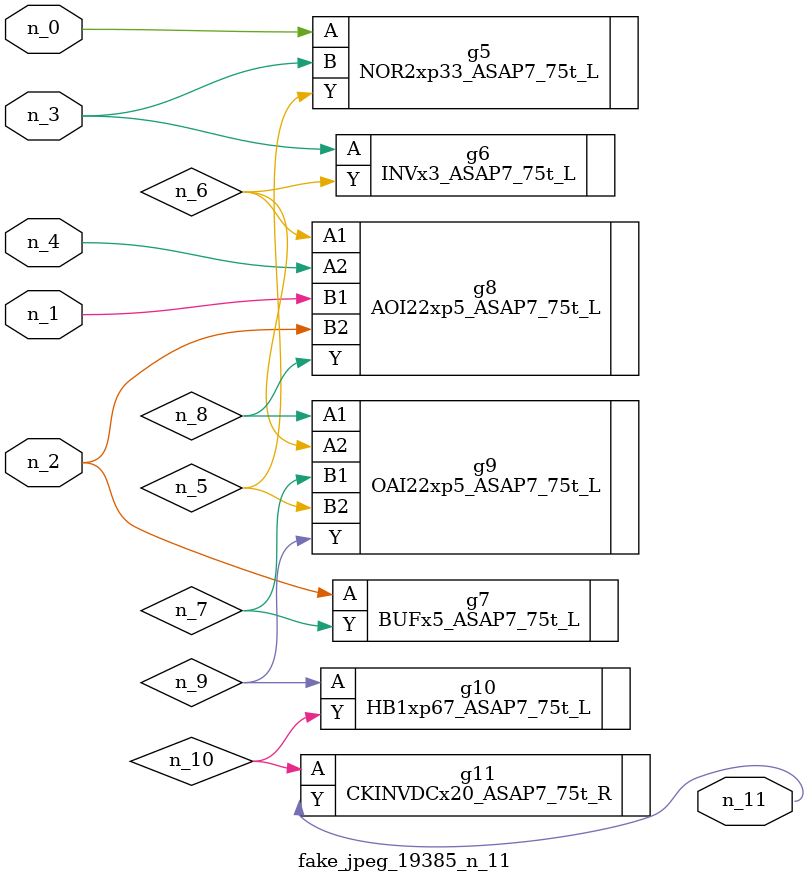
<source format=v>
module fake_jpeg_19385_n_11 (n_3, n_2, n_1, n_0, n_4, n_11);

input n_3;
input n_2;
input n_1;
input n_0;
input n_4;

output n_11;

wire n_10;
wire n_8;
wire n_9;
wire n_6;
wire n_5;
wire n_7;

NOR2xp33_ASAP7_75t_L g5 ( 
.A(n_0),
.B(n_3),
.Y(n_5)
);

INVx3_ASAP7_75t_L g6 ( 
.A(n_3),
.Y(n_6)
);

BUFx5_ASAP7_75t_L g7 ( 
.A(n_2),
.Y(n_7)
);

AOI22xp5_ASAP7_75t_L g8 ( 
.A1(n_6),
.A2(n_4),
.B1(n_1),
.B2(n_2),
.Y(n_8)
);

OAI22xp5_ASAP7_75t_L g9 ( 
.A1(n_8),
.A2(n_6),
.B1(n_7),
.B2(n_5),
.Y(n_9)
);

HB1xp67_ASAP7_75t_L g10 ( 
.A(n_9),
.Y(n_10)
);

CKINVDCx20_ASAP7_75t_R g11 ( 
.A(n_10),
.Y(n_11)
);


endmodule
</source>
